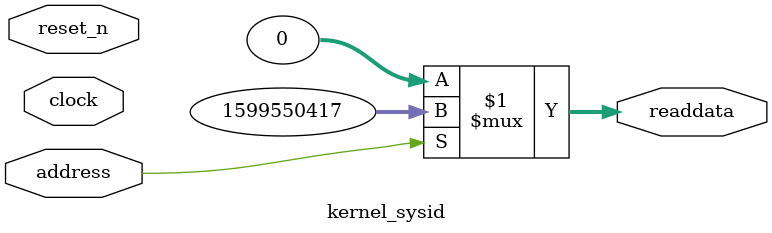
<source format=v>

`timescale 1ns / 1ps
// synthesis translate_on

// turn off superfluous verilog processor warnings 
// altera message_level Level1 
// altera message_off 10034 10035 10036 10037 10230 10240 10030 

module kernel_sysid (
               // inputs:
                address,
                clock,
                reset_n,

               // outputs:
                readdata
             )
;

  output  [ 31: 0] readdata;
  input            address;
  input            clock;
  input            reset_n;

  wire    [ 31: 0] readdata;
  //control_slave, which is an e_avalon_slave
  assign readdata = address ? 1599550417 : 0;

endmodule




</source>
